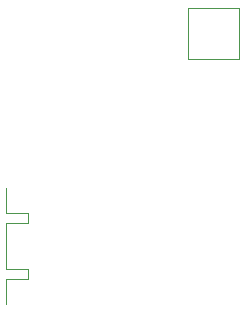
<source format=gm1>
G04*
G04 #@! TF.GenerationSoftware,Altium Limited,Altium Designer,19.0.4 (130)*
G04*
G04 Layer_Color=16711935*
%FSTAX24Y24*%
%MOIN*%
G70*
G01*
G75*
%ADD14C,0.0000*%
%ADD95C,0.0020*%
D14*
X035279Y026918D02*
Y027744D01*
Y026918D02*
X036019D01*
Y026583D02*
Y026918D01*
X035279Y026583D02*
X036019D01*
X035279Y025048D02*
Y026583D01*
Y025048D02*
X036019D01*
Y024713D02*
Y025048D01*
X035279Y024713D02*
X036019D01*
X035279Y023886D02*
Y024713D01*
D95*
X043046Y032054D02*
Y033746D01*
X041354Y032054D02*
X043046D01*
X041354D02*
Y033746D01*
X043046D01*
M02*

</source>
